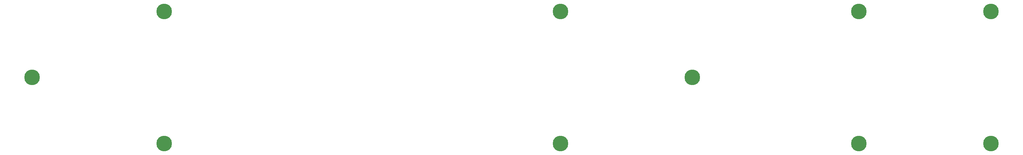
<source format=gbr>
G04 #@! TF.GenerationSoftware,KiCad,Pcbnew,(5.1.2-1)-1*
G04 #@! TF.CreationDate,2020-02-22T12:26:48-06:00*
G04 #@! TF.ProjectId,therick64BA_top_plate,74686572-6963-46b3-9634-42415f746f70,rev?*
G04 #@! TF.SameCoordinates,Original*
G04 #@! TF.FileFunction,Copper,L1,Top*
G04 #@! TF.FilePolarity,Positive*
%FSLAX46Y46*%
G04 Gerber Fmt 4.6, Leading zero omitted, Abs format (unit mm)*
G04 Created by KiCad (PCBNEW (5.1.2-1)-1) date 2020-02-22 12:26:48*
%MOMM*%
%LPD*%
G04 APERTURE LIST*
%ADD10C,4.500000*%
G04 APERTURE END LIST*
D10*
X340860000Y-91580000D03*
X302860000Y-91580000D03*
X340860000Y-53580000D03*
X302860000Y-53580000D03*
X64980000Y-72580000D03*
X102980000Y-53580000D03*
X102980000Y-91580000D03*
X216980000Y-53580000D03*
X216980000Y-91580000D03*
X254980000Y-72580000D03*
M02*

</source>
